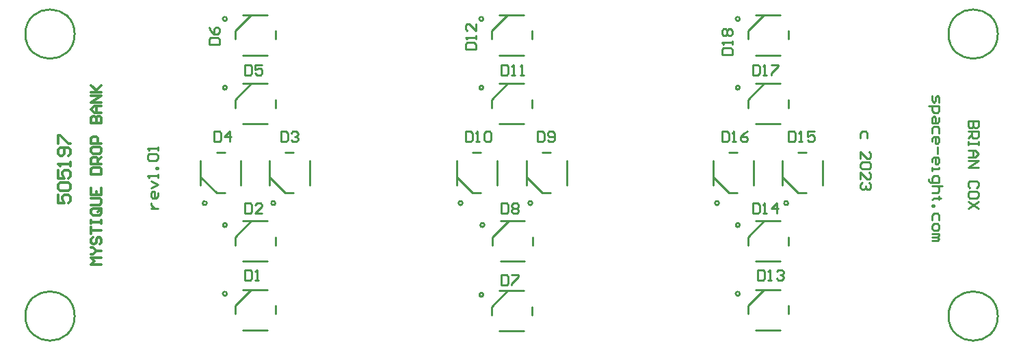
<source format=gto>
%FSLAX25Y25*%
%MOIN*%
G70*
G01*
G75*
G04 Layer_Color=65535*
%ADD10R,0.05906X0.05906*%
%ADD11R,0.05906X0.05906*%
%ADD12C,0.02500*%
%ADD13C,0.16500*%
%ADD14C,0.04000*%
%ADD15R,0.17716X0.12205*%
%ADD16R,0.08000X0.05000*%
%ADD17C,0.05000*%
%ADD18C,0.01000*%
%ADD19C,0.01200*%
D18*
X924500Y812500D02*
G03*
X924500Y812500I-12000J0D01*
G01*
Y950000D02*
G03*
X924500Y950000I-12000J0D01*
G01*
X1248720Y957374D02*
G03*
X1248720Y957374I-984J0D01*
G01*
Y923874D02*
G03*
X1248720Y923874I-984J0D01*
G01*
X1238610Y867568D02*
G03*
X1238610Y867568I-984J0D01*
G01*
X1272342D02*
G03*
X1272342Y867568I-984J0D01*
G01*
X1248720Y856874D02*
G03*
X1248720Y856874I-984J0D01*
G01*
Y823374D02*
G03*
X1248720Y823374I-984J0D01*
G01*
X1123720Y957374D02*
G03*
X1123720Y957374I-984J0D01*
G01*
Y923874D02*
G03*
X1123720Y923874I-984J0D01*
G01*
X1113610Y867568D02*
G03*
X1113610Y867568I-984J0D01*
G01*
X1147610D02*
G03*
X1147610Y867568I-984J0D01*
G01*
X1124220Y856874D02*
G03*
X1124220Y856874I-984J0D01*
G01*
X1123720Y822874D02*
G03*
X1123720Y822874I-984J0D01*
G01*
X998720Y957374D02*
G03*
X998720Y957374I-984J0D01*
G01*
Y923874D02*
G03*
X998720Y923874I-984J0D01*
G01*
X988878Y867568D02*
G03*
X988878Y867568I-984J0D01*
G01*
X1022342D02*
G03*
X1022342Y867568I-984J0D01*
G01*
X998720Y856874D02*
G03*
X998720Y856874I-984J0D01*
G01*
Y823374D02*
G03*
X998720Y823374I-984J0D01*
G01*
X1374500Y950000D02*
G03*
X1374500Y950000I-12000J0D01*
G01*
Y812500D02*
G03*
X1374500Y812500I-12000J0D01*
G01*
X1252658Y947532D02*
Y951468D01*
X1272342Y947532D02*
Y951468D01*
X1256594Y959342D02*
X1268406D01*
X1256594Y939657D02*
X1268406D01*
X1252658Y951468D02*
X1260532Y959342D01*
X1252658Y914032D02*
Y917968D01*
X1272342Y914032D02*
Y917968D01*
X1256594Y925842D02*
X1268406D01*
X1256594Y906157D02*
X1268406D01*
X1252658Y917968D02*
X1260532Y925842D01*
X1243532Y872490D02*
X1247468D01*
X1243532Y892175D02*
X1247468D01*
X1235658Y876427D02*
Y888238D01*
X1255342Y876427D02*
Y888238D01*
X1235658Y880364D02*
X1243532Y872490D01*
X1277264D02*
X1281201D01*
X1277264Y892175D02*
X1281201D01*
X1269390Y876427D02*
Y888238D01*
X1289075Y876427D02*
Y888238D01*
X1269390Y880364D02*
X1277264Y872490D01*
X1252658Y847031D02*
Y850968D01*
X1272342Y847031D02*
Y850968D01*
X1256594Y858842D02*
X1268406D01*
X1256594Y839157D02*
X1268406D01*
X1252658Y850968D02*
X1260532Y858842D01*
X1252658Y813531D02*
Y817468D01*
X1272342Y813531D02*
Y817468D01*
X1256594Y825342D02*
X1268406D01*
X1256594Y805657D02*
X1268406D01*
X1252658Y817468D02*
X1260532Y825342D01*
X1127658Y947532D02*
Y951468D01*
X1147342Y947532D02*
Y951468D01*
X1131594Y959342D02*
X1143406D01*
X1131594Y939657D02*
X1143406D01*
X1127658Y951468D02*
X1135532Y959342D01*
X1127658Y914032D02*
Y917968D01*
X1147342Y914032D02*
Y917968D01*
X1131594Y925842D02*
X1143406D01*
X1131594Y906157D02*
X1143406D01*
X1127658Y917968D02*
X1135532Y925842D01*
X1118532Y872490D02*
X1122468D01*
X1118532Y892175D02*
X1122468D01*
X1110658Y876427D02*
Y888238D01*
X1130342Y876427D02*
Y888238D01*
X1110658Y880364D02*
X1118532Y872490D01*
X1152532D02*
X1156468D01*
X1152532Y892175D02*
X1156468D01*
X1144658Y876427D02*
Y888238D01*
X1164342Y876427D02*
Y888238D01*
X1144658Y880364D02*
X1152532Y872490D01*
X1128158Y847031D02*
Y850968D01*
X1147843Y847031D02*
Y850968D01*
X1132094Y858842D02*
X1143906D01*
X1132094Y839157D02*
X1143906D01*
X1128158Y850968D02*
X1136032Y858842D01*
X1127658Y813031D02*
Y816969D01*
X1147342Y813031D02*
Y816969D01*
X1131594Y824842D02*
X1143406D01*
X1131594Y805157D02*
X1143406D01*
X1127658Y816969D02*
X1135532Y824842D01*
X1002658Y947532D02*
Y951468D01*
X1022342Y947532D02*
Y951468D01*
X1006594Y959342D02*
X1018406D01*
X1006594Y939657D02*
X1018406D01*
X1002658Y951468D02*
X1010532Y959342D01*
X1002658Y914032D02*
Y917968D01*
X1022342Y914032D02*
Y917968D01*
X1006594Y925842D02*
X1018406D01*
X1006594Y906157D02*
X1018406D01*
X1002658Y917968D02*
X1010532Y925842D01*
X993799Y872490D02*
X997736D01*
X993799Y892175D02*
X997736D01*
X985925Y876427D02*
Y888238D01*
X1005610Y876427D02*
Y888238D01*
X985925Y880364D02*
X993799Y872490D01*
X1027264D02*
X1031201D01*
X1027264Y892175D02*
X1031201D01*
X1019390Y876427D02*
Y888238D01*
X1039075Y876427D02*
Y888238D01*
X1019390Y880364D02*
X1027264Y872490D01*
X1002658Y847031D02*
Y850968D01*
X1022342Y847031D02*
Y850968D01*
X1006594Y858842D02*
X1018406D01*
X1006594Y839157D02*
X1018406D01*
X1002658Y850968D02*
X1010532Y858842D01*
X1002658Y813531D02*
Y817468D01*
X1022342Y813531D02*
Y817468D01*
X1006594Y825342D02*
X1018406D01*
X1006594Y805657D02*
X1018406D01*
X1002658Y817468D02*
X1010532Y825342D01*
X1007500Y834998D02*
Y830000D01*
X1009999D01*
X1010832Y830833D01*
Y834165D01*
X1009999Y834998D01*
X1007500D01*
X1012498Y830000D02*
X1014165D01*
X1013331D01*
Y834998D01*
X1012498Y834165D01*
X1007500Y867498D02*
Y862500D01*
X1009999D01*
X1010832Y863333D01*
Y866665D01*
X1009999Y867498D01*
X1007500D01*
X1015831Y862500D02*
X1012498D01*
X1015831Y865832D01*
Y866665D01*
X1014998Y867498D01*
X1013331D01*
X1012498Y866665D01*
X1025000Y902498D02*
Y897500D01*
X1027499D01*
X1028332Y898333D01*
Y901665D01*
X1027499Y902498D01*
X1025000D01*
X1029998Y901665D02*
X1030831Y902498D01*
X1032498D01*
X1033331Y901665D01*
Y900832D01*
X1032498Y899999D01*
X1031664D01*
X1032498D01*
X1033331Y899166D01*
Y898333D01*
X1032498Y897500D01*
X1030831D01*
X1029998Y898333D01*
X992500Y902498D02*
Y897500D01*
X994999D01*
X995832Y898333D01*
Y901665D01*
X994999Y902498D01*
X992500D01*
X999998Y897500D02*
Y902498D01*
X997498Y899999D01*
X1000831D01*
X1007500Y934998D02*
Y930000D01*
X1009999D01*
X1010832Y930833D01*
Y934165D01*
X1009999Y934998D01*
X1007500D01*
X1015831D02*
X1012498D01*
Y932499D01*
X1014165Y933332D01*
X1014998D01*
X1015831Y932499D01*
Y930833D01*
X1014998Y930000D01*
X1013331D01*
X1012498Y930833D01*
X990002Y945000D02*
X995000D01*
Y947499D01*
X994167Y948332D01*
X990835D01*
X990002Y947499D01*
Y945000D01*
Y953331D02*
X990835Y951665D01*
X992501Y949998D01*
X994167D01*
X995000Y950831D01*
Y952498D01*
X994167Y953331D01*
X993334D01*
X992501Y952498D01*
Y949998D01*
X1132500Y832498D02*
Y827500D01*
X1134999D01*
X1135832Y828333D01*
Y831665D01*
X1134999Y832498D01*
X1132500D01*
X1137498D02*
X1140831D01*
Y831665D01*
X1137498Y828333D01*
Y827500D01*
X1132500Y867498D02*
Y862500D01*
X1134999D01*
X1135832Y863333D01*
Y866665D01*
X1134999Y867498D01*
X1132500D01*
X1137498Y866665D02*
X1138331Y867498D01*
X1139998D01*
X1140831Y866665D01*
Y865832D01*
X1139998Y864999D01*
X1140831Y864166D01*
Y863333D01*
X1139998Y862500D01*
X1138331D01*
X1137498Y863333D01*
Y864166D01*
X1138331Y864999D01*
X1137498Y865832D01*
Y866665D01*
X1138331Y864999D02*
X1139998D01*
X1150000Y902498D02*
Y897500D01*
X1152499D01*
X1153332Y898333D01*
Y901665D01*
X1152499Y902498D01*
X1150000D01*
X1154998Y898333D02*
X1155831Y897500D01*
X1157498D01*
X1158331Y898333D01*
Y901665D01*
X1157498Y902498D01*
X1155831D01*
X1154998Y901665D01*
Y900832D01*
X1155831Y899999D01*
X1158331D01*
X1115000Y902498D02*
Y897500D01*
X1117499D01*
X1118332Y898333D01*
Y901665D01*
X1117499Y902498D01*
X1115000D01*
X1119998Y897500D02*
X1121665D01*
X1120831D01*
Y902498D01*
X1119998Y901665D01*
X1124164D02*
X1124997Y902498D01*
X1126663D01*
X1127496Y901665D01*
Y898333D01*
X1126663Y897500D01*
X1124997D01*
X1124164Y898333D01*
Y901665D01*
X1132500Y934998D02*
Y930000D01*
X1134999D01*
X1135832Y930833D01*
Y934165D01*
X1134999Y934998D01*
X1132500D01*
X1137498Y930000D02*
X1139165D01*
X1138331D01*
Y934998D01*
X1137498Y934165D01*
X1141664Y930000D02*
X1143330D01*
X1142497D01*
Y934998D01*
X1141664Y934165D01*
X1115002Y942500D02*
X1120000D01*
Y944999D01*
X1119167Y945832D01*
X1115835D01*
X1115002Y944999D01*
Y942500D01*
X1120000Y947498D02*
Y949164D01*
Y948331D01*
X1115002D01*
X1115835Y947498D01*
X1120000Y954996D02*
Y951664D01*
X1116668Y954996D01*
X1115835D01*
X1115002Y954163D01*
Y952497D01*
X1115835Y951664D01*
X1257500Y834998D02*
Y830000D01*
X1259999D01*
X1260832Y830833D01*
Y834165D01*
X1259999Y834998D01*
X1257500D01*
X1262498Y830000D02*
X1264165D01*
X1263331D01*
Y834998D01*
X1262498Y834165D01*
X1266664D02*
X1267497Y834998D01*
X1269163D01*
X1269996Y834165D01*
Y833332D01*
X1269163Y832499D01*
X1268330D01*
X1269163D01*
X1269996Y831666D01*
Y830833D01*
X1269163Y830000D01*
X1267497D01*
X1266664Y830833D01*
X1255000Y867498D02*
Y862500D01*
X1257499D01*
X1258332Y863333D01*
Y866665D01*
X1257499Y867498D01*
X1255000D01*
X1259998Y862500D02*
X1261664D01*
X1260831D01*
Y867498D01*
X1259998Y866665D01*
X1266663Y862500D02*
Y867498D01*
X1264164Y864999D01*
X1267496D01*
X1272500Y902498D02*
Y897500D01*
X1274999D01*
X1275832Y898333D01*
Y901665D01*
X1274999Y902498D01*
X1272500D01*
X1277498Y897500D02*
X1279165D01*
X1278331D01*
Y902498D01*
X1277498Y901665D01*
X1284996Y902498D02*
X1281664D01*
Y899999D01*
X1283330Y900832D01*
X1284163D01*
X1284996Y899999D01*
Y898333D01*
X1284163Y897500D01*
X1282497D01*
X1281664Y898333D01*
X1240000Y902498D02*
Y897500D01*
X1242499D01*
X1243332Y898333D01*
Y901665D01*
X1242499Y902498D01*
X1240000D01*
X1244998Y897500D02*
X1246665D01*
X1245831D01*
Y902498D01*
X1244998Y901665D01*
X1252496Y902498D02*
X1250830Y901665D01*
X1249164Y899999D01*
Y898333D01*
X1249997Y897500D01*
X1251663D01*
X1252496Y898333D01*
Y899166D01*
X1251663Y899999D01*
X1249164D01*
X1255000Y934998D02*
Y930000D01*
X1257499D01*
X1258332Y930833D01*
Y934165D01*
X1257499Y934998D01*
X1255000D01*
X1259998Y930000D02*
X1261664D01*
X1260831D01*
Y934998D01*
X1259998Y934165D01*
X1264164Y934998D02*
X1267496D01*
Y934165D01*
X1264164Y930833D01*
Y930000D01*
X1240002Y940000D02*
X1245000D01*
Y942499D01*
X1244167Y943332D01*
X1240835D01*
X1240002Y942499D01*
Y940000D01*
X1245000Y944998D02*
Y946665D01*
Y945831D01*
X1240002D01*
X1240835Y944998D01*
Y949164D02*
X1240002Y949997D01*
Y951663D01*
X1240835Y952496D01*
X1241668D01*
X1242501Y951663D01*
X1243334Y952496D01*
X1244167D01*
X1245000Y951663D01*
Y949997D01*
X1244167Y949164D01*
X1243334D01*
X1242501Y949997D01*
X1241668Y949164D01*
X1240835D01*
X1242501Y949997D02*
Y951663D01*
X1342500Y920000D02*
Y917501D01*
X1343333Y916668D01*
X1344166Y917501D01*
Y919167D01*
X1344999Y920000D01*
X1345832Y919167D01*
Y916668D01*
X1340834Y915002D02*
X1345832D01*
Y912502D01*
X1344999Y911669D01*
X1343333D01*
X1342500Y912502D01*
Y915002D01*
X1345832Y909170D02*
Y907504D01*
X1344999Y906671D01*
X1342500D01*
Y909170D01*
X1343333Y910003D01*
X1344166Y909170D01*
Y906671D01*
X1345832Y901673D02*
Y904172D01*
X1344999Y905005D01*
X1343333D01*
X1342500Y904172D01*
Y901673D01*
Y897507D02*
Y899173D01*
X1343333Y900006D01*
X1344999D01*
X1345832Y899173D01*
Y897507D01*
X1344999Y896674D01*
X1344166D01*
Y900006D01*
X1344999Y895008D02*
Y891676D01*
X1342500Y887510D02*
Y889177D01*
X1343333Y890010D01*
X1344999D01*
X1345832Y889177D01*
Y887510D01*
X1344999Y886677D01*
X1344166D01*
Y890010D01*
X1342500Y885011D02*
Y883345D01*
Y884178D01*
X1345832D01*
Y885011D01*
X1340834Y879180D02*
Y878347D01*
X1341667Y877514D01*
X1345832D01*
Y880013D01*
X1344999Y880846D01*
X1343333D01*
X1342500Y880013D01*
Y877514D01*
X1347498Y875848D02*
X1342500D01*
X1344999D01*
X1345832Y875015D01*
Y873349D01*
X1344999Y872515D01*
X1342500D01*
X1346665Y870016D02*
X1345832D01*
Y870849D01*
Y869183D01*
Y870016D01*
X1343333D01*
X1342500Y869183D01*
Y866684D02*
X1343333D01*
Y865851D01*
X1342500D01*
Y866684D01*
X1345832Y859186D02*
Y861686D01*
X1344999Y862519D01*
X1343333D01*
X1342500Y861686D01*
Y859186D01*
Y856687D02*
Y855021D01*
X1343333Y854188D01*
X1344999D01*
X1345832Y855021D01*
Y856687D01*
X1344999Y857520D01*
X1343333D01*
X1342500Y856687D01*
Y852522D02*
X1345832D01*
Y851689D01*
X1344999Y850856D01*
X1342500D01*
X1344999D01*
X1345832Y850023D01*
X1344999Y849190D01*
X1342500D01*
X961668Y865000D02*
X965000D01*
X963334D01*
X962501Y865833D01*
X961668Y866666D01*
Y867499D01*
X965000Y872498D02*
Y870831D01*
X964167Y869998D01*
X962501D01*
X961668Y870831D01*
Y872498D01*
X962501Y873331D01*
X963334D01*
Y869998D01*
X961668Y874997D02*
X965000Y876663D01*
X961668Y878329D01*
X965000Y879995D02*
Y881661D01*
Y880828D01*
X960002D01*
X960835Y879995D01*
X965000Y884161D02*
X964167D01*
Y884993D01*
X965000D01*
Y884161D01*
X960835Y888326D02*
X960002Y889159D01*
Y890825D01*
X960835Y891658D01*
X964167D01*
X965000Y890825D01*
Y889159D01*
X964167Y888326D01*
X960835D01*
X965000Y893324D02*
Y894990D01*
Y894157D01*
X960002D01*
X960835Y893324D01*
X1364998Y907500D02*
X1360000D01*
Y905001D01*
X1360833Y904168D01*
X1361666D01*
X1362499Y905001D01*
Y907500D01*
Y905001D01*
X1363332Y904168D01*
X1364165D01*
X1364998Y905001D01*
Y907500D01*
X1360000Y902502D02*
X1364998D01*
Y900002D01*
X1364165Y899169D01*
X1362499D01*
X1361666Y900002D01*
Y902502D01*
Y900836D02*
X1360000Y899169D01*
X1364998Y897503D02*
Y895837D01*
Y896670D01*
X1360000D01*
Y897503D01*
Y895837D01*
Y893338D02*
X1363332D01*
X1364998Y891672D01*
X1363332Y890006D01*
X1360000D01*
X1362499D01*
Y893338D01*
X1360000Y888340D02*
X1364998D01*
X1360000Y885007D01*
X1364998D01*
X1364165Y875010D02*
X1364998Y875844D01*
Y877510D01*
X1364165Y878343D01*
X1360833D01*
X1360000Y877510D01*
Y875844D01*
X1360833Y875010D01*
X1364998Y870845D02*
Y872511D01*
X1364165Y873344D01*
X1360833D01*
X1360000Y872511D01*
Y870845D01*
X1360833Y870012D01*
X1364165D01*
X1364998Y870845D01*
Y868346D02*
X1360000Y865014D01*
X1364998D02*
X1360000Y868346D01*
X1310832Y899168D02*
Y901667D01*
X1309999Y902500D01*
X1308333D01*
X1307500Y901667D01*
Y899168D01*
Y889171D02*
Y892503D01*
X1310832Y889171D01*
X1311665D01*
X1312498Y890004D01*
Y891670D01*
X1311665Y892503D01*
Y887505D02*
X1312498Y886672D01*
Y885006D01*
X1311665Y884173D01*
X1308333D01*
X1307500Y885006D01*
Y886672D01*
X1308333Y887505D01*
X1311665D01*
X1307500Y879174D02*
Y882506D01*
X1310832Y879174D01*
X1311665D01*
X1312498Y880007D01*
Y881673D01*
X1311665Y882506D01*
Y877508D02*
X1312498Y876675D01*
Y875009D01*
X1311665Y874176D01*
X1310832D01*
X1309999Y875009D01*
Y875842D01*
Y875009D01*
X1309166Y874176D01*
X1308333D01*
X1307500Y875009D01*
Y876675D01*
X1308333Y877508D01*
D19*
X937500Y837500D02*
X932502D01*
X934168Y839166D01*
X932502Y840832D01*
X937500D01*
X932502Y842498D02*
X933335D01*
X935001Y844164D01*
X933335Y845831D01*
X932502D01*
X935001Y844164D02*
X937500D01*
X933335Y850829D02*
X932502Y849996D01*
Y848330D01*
X933335Y847497D01*
X934168D01*
X935001Y848330D01*
Y849996D01*
X935834Y850829D01*
X936667D01*
X937500Y849996D01*
Y848330D01*
X936667Y847497D01*
X932502Y852495D02*
Y855827D01*
Y854161D01*
X937500D01*
X932502Y857493D02*
Y859160D01*
Y858327D01*
X937500D01*
Y857493D01*
Y859160D01*
X936667Y864991D02*
X933335D01*
X932502Y864158D01*
Y862492D01*
X933335Y861659D01*
X936667D01*
X937500Y862492D01*
Y864158D01*
X935834Y863325D02*
X937500Y864991D01*
Y864158D02*
X936667Y864991D01*
X932502Y866657D02*
X936667D01*
X937500Y867490D01*
Y869156D01*
X936667Y869989D01*
X932502D01*
Y874988D02*
Y871656D01*
X937500D01*
Y874988D01*
X935001Y871656D02*
Y873322D01*
X932502Y881652D02*
X937500D01*
Y884151D01*
X936667Y884985D01*
X933335D01*
X932502Y884151D01*
Y881652D01*
X937500Y886651D02*
X932502D01*
Y889150D01*
X933335Y889983D01*
X935001D01*
X935834Y889150D01*
Y886651D01*
Y888317D02*
X937500Y889983D01*
X932502Y894148D02*
Y892482D01*
X933335Y891649D01*
X936667D01*
X937500Y892482D01*
Y894148D01*
X936667Y894981D01*
X933335D01*
X932502Y894148D01*
X937500Y896647D02*
X932502D01*
Y899147D01*
X933335Y899980D01*
X935001D01*
X935834Y899147D01*
Y896647D01*
X932502Y906644D02*
X937500D01*
Y909143D01*
X936667Y909976D01*
X935834D01*
X935001Y909143D01*
Y906644D01*
Y909143D01*
X934168Y909976D01*
X933335D01*
X932502Y909143D01*
Y906644D01*
X937500Y911643D02*
X934168D01*
X932502Y913309D01*
X934168Y914975D01*
X937500D01*
X935001D01*
Y911643D01*
X937500Y916641D02*
X932502D01*
X937500Y919973D01*
X932502D01*
Y921639D02*
X937500D01*
X935834D01*
X932502Y924972D01*
X935001Y922472D01*
X937500Y924972D01*
X916502Y871499D02*
Y867500D01*
X919501D01*
X918501Y869499D01*
Y870499D01*
X919501Y871499D01*
X921500D01*
X922500Y870499D01*
Y868500D01*
X921500Y867500D01*
X917502Y873498D02*
X916502Y874498D01*
Y876497D01*
X917502Y877497D01*
X921500D01*
X922500Y876497D01*
Y874498D01*
X921500Y873498D01*
X917502D01*
X916502Y883495D02*
Y879496D01*
X919501D01*
X918501Y881495D01*
Y882495D01*
X919501Y883495D01*
X921500D01*
X922500Y882495D01*
Y880496D01*
X921500Y879496D01*
X922500Y885494D02*
Y887494D01*
Y886494D01*
X916502D01*
X917502Y885494D01*
X921500Y890493D02*
X922500Y891492D01*
Y893492D01*
X921500Y894491D01*
X917502D01*
X916502Y893492D01*
Y891492D01*
X917502Y890493D01*
X918501D01*
X919501Y891492D01*
Y894491D01*
X916502Y896491D02*
Y900489D01*
X917502D01*
X921500Y896491D01*
X922500D01*
M02*

</source>
